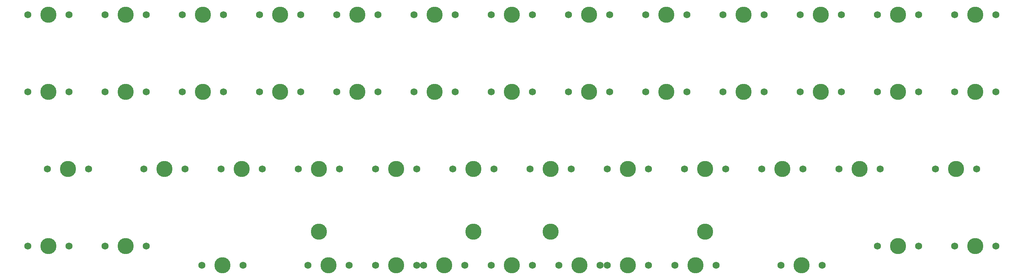
<source format=gbr>
%TF.GenerationSoftware,KiCad,Pcbnew,8.0.3*%
%TF.CreationDate,2024-09-04T21:23:11+02:00*%
%TF.ProjectId,ferntypes,6665726e-7479-4706-9573-2e6b69636164,rev?*%
%TF.SameCoordinates,Original*%
%TF.FileFunction,Soldermask,Top*%
%TF.FilePolarity,Negative*%
%FSLAX46Y46*%
G04 Gerber Fmt 4.6, Leading zero omitted, Abs format (unit mm)*
G04 Created by KiCad (PCBNEW 8.0.3) date 2024-09-04 21:23:11*
%MOMM*%
%LPD*%
G01*
G04 APERTURE LIST*
%ADD10C,1.750000*%
%ADD11C,3.987800*%
G04 APERTURE END LIST*
D10*
%TO.C,MX29*%
X75882500Y-79375000D03*
D11*
X80962500Y-79375000D03*
D10*
X86042500Y-79375000D03*
%TD*%
%TO.C,MX8*%
X161607500Y-41275000D03*
D11*
X166687500Y-41275000D03*
D10*
X171767500Y-41275000D03*
%TD*%
%TO.C,MX41*%
X237807500Y-98425000D03*
D11*
X242887500Y-98425000D03*
D10*
X247967500Y-98425000D03*
%TD*%
%TO.C,MX36*%
X209232500Y-79375000D03*
D11*
X214312500Y-79375000D03*
D10*
X219392500Y-79375000D03*
%TD*%
%TO.C,MX7*%
X142557500Y-41275000D03*
D11*
X147637500Y-41275000D03*
D10*
X152717500Y-41275000D03*
%TD*%
%TO.C,MX27*%
X33020000Y-79375000D03*
D11*
X38100000Y-79375000D03*
D10*
X43180000Y-79375000D03*
%TD*%
%TO.C,MX18*%
X104457500Y-60325000D03*
D11*
X109537500Y-60325000D03*
D10*
X114617500Y-60325000D03*
%TD*%
%TO.C,MX9*%
X180657500Y-41275000D03*
D11*
X185737500Y-41275000D03*
D10*
X190817500Y-41275000D03*
%TD*%
%TO.C,MX25*%
X237807500Y-60325000D03*
D11*
X242887500Y-60325000D03*
D10*
X247967500Y-60325000D03*
%TD*%
%TO.C,MX33*%
X152082500Y-79375000D03*
D11*
X157162500Y-79375000D03*
D10*
X162242500Y-79375000D03*
%TD*%
%TO.C,MX2*%
X47307500Y-41275000D03*
D11*
X52387500Y-41275000D03*
D10*
X57467500Y-41275000D03*
%TD*%
%TO.C,MX16*%
X66357500Y-60325000D03*
D11*
X71437500Y-60325000D03*
D10*
X76517500Y-60325000D03*
%TD*%
D11*
%TO.C,S1*%
X138112500Y-94932500D03*
X100012500Y-94932500D03*
%TD*%
D10*
%TO.C,MX30*%
X94932500Y-79375000D03*
D11*
X100012500Y-79375000D03*
D10*
X105092500Y-79375000D03*
%TD*%
%TO.C,MX39*%
X28257500Y-98425000D03*
D11*
X33337500Y-98425000D03*
D10*
X38417500Y-98425000D03*
%TD*%
%TO.C,MX37*%
X228282500Y-79375000D03*
D11*
X233362500Y-79375000D03*
D10*
X238442500Y-79375000D03*
%TD*%
%TO.C,MX19*%
X123507500Y-60325000D03*
D11*
X128587500Y-60325000D03*
D10*
X133667500Y-60325000D03*
%TD*%
%TO.C,MX11*%
X218757500Y-41275000D03*
D11*
X223837500Y-41275000D03*
D10*
X228917500Y-41275000D03*
%TD*%
%TO.C,MX24*%
X218757500Y-60325000D03*
D11*
X223837500Y-60325000D03*
D10*
X228917500Y-60325000D03*
%TD*%
%TO.C,MX22*%
X180657500Y-60325000D03*
D11*
X185737500Y-60325000D03*
D10*
X190817500Y-60325000D03*
%TD*%
%TO.C,MX42*%
X256857500Y-98425000D03*
D11*
X261937500Y-98425000D03*
D10*
X267017500Y-98425000D03*
%TD*%
%TO.C,MX38*%
X252095000Y-79375000D03*
D11*
X257175000Y-79375000D03*
D10*
X262255000Y-79375000D03*
%TD*%
%TO.C,MX17*%
X85407500Y-60325000D03*
D11*
X90487500Y-60325000D03*
D10*
X95567500Y-60325000D03*
%TD*%
%TO.C,MX10*%
X199707500Y-41275000D03*
D11*
X204787500Y-41275000D03*
D10*
X209867500Y-41275000D03*
%TD*%
%TO.C,MX40*%
X47307500Y-98425000D03*
D11*
X52387500Y-98425000D03*
D10*
X57467500Y-98425000D03*
%TD*%
%TO.C,MX12*%
X237807500Y-41275000D03*
D11*
X242887500Y-41275000D03*
D10*
X247967500Y-41275000D03*
%TD*%
%TO.C,MX44*%
X97313750Y-103187500D03*
D11*
X102393750Y-103187500D03*
D10*
X107473750Y-103187500D03*
%TD*%
%TO.C,MX35*%
X190182500Y-79375000D03*
D11*
X195262500Y-79375000D03*
D10*
X200342500Y-79375000D03*
%TD*%
%TO.C,MX5*%
X104457500Y-41275000D03*
D11*
X109537500Y-41275000D03*
D10*
X114617500Y-41275000D03*
%TD*%
%TO.C,MX32*%
X133032500Y-79375000D03*
D11*
X138112500Y-79375000D03*
D10*
X143192500Y-79375000D03*
%TD*%
%TO.C,MX46*%
X159226250Y-103187500D03*
D11*
X164306250Y-103187500D03*
D10*
X169386250Y-103187500D03*
%TD*%
D11*
%TO.C,S2*%
X195262500Y-94932500D03*
X157162500Y-94932500D03*
%TD*%
D10*
%TO.C,MX26*%
X256857500Y-60325000D03*
D11*
X261937500Y-60325000D03*
D10*
X267017500Y-60325000D03*
%TD*%
%TO.C,MX23*%
X199707500Y-60325000D03*
D11*
X204787500Y-60325000D03*
D10*
X209867500Y-60325000D03*
%TD*%
%TO.C,MX50*%
X142557500Y-103187500D03*
D11*
X147637500Y-103187500D03*
D10*
X152717500Y-103187500D03*
%TD*%
%TO.C,MX45*%
X125888750Y-103187500D03*
D11*
X130968750Y-103187500D03*
D10*
X136048750Y-103187500D03*
%TD*%
%TO.C,MX31*%
X113982500Y-79375000D03*
D11*
X119062500Y-79375000D03*
D10*
X124142500Y-79375000D03*
%TD*%
%TO.C,MX4*%
X85407500Y-41275000D03*
D11*
X90487500Y-41275000D03*
D10*
X95567500Y-41275000D03*
%TD*%
%TO.C,MX28*%
X56832500Y-79375000D03*
D11*
X61912500Y-79375000D03*
D10*
X66992500Y-79375000D03*
%TD*%
%TO.C,MX49*%
X113982500Y-103187500D03*
D11*
X119062500Y-103187500D03*
D10*
X124142500Y-103187500D03*
%TD*%
%TO.C,MX43*%
X71120000Y-103187500D03*
D11*
X76200000Y-103187500D03*
D10*
X81280000Y-103187500D03*
%TD*%
%TO.C,MX3*%
X66357500Y-41275000D03*
D11*
X71437500Y-41275000D03*
D10*
X76517500Y-41275000D03*
%TD*%
%TO.C,MX15*%
X47307500Y-60325000D03*
D11*
X52387500Y-60325000D03*
D10*
X57467500Y-60325000D03*
%TD*%
%TO.C,MX34*%
X171132500Y-79375000D03*
D11*
X176212500Y-79375000D03*
D10*
X181292500Y-79375000D03*
%TD*%
%TO.C,MX47*%
X187801250Y-103187500D03*
D11*
X192881250Y-103187500D03*
D10*
X197961250Y-103187500D03*
%TD*%
%TO.C,MX1*%
X28257500Y-41275000D03*
D11*
X33337500Y-41275000D03*
D10*
X38417500Y-41275000D03*
%TD*%
%TO.C,MX13*%
X256857500Y-41275000D03*
D11*
X261937500Y-41275000D03*
D10*
X267017500Y-41275000D03*
%TD*%
%TO.C,MX20*%
X142557500Y-60325000D03*
D11*
X147637500Y-60325000D03*
D10*
X152717500Y-60325000D03*
%TD*%
%TO.C,MX14*%
X28257500Y-60325000D03*
D11*
X33337500Y-60325000D03*
D10*
X38417500Y-60325000D03*
%TD*%
%TO.C,MX6*%
X123507500Y-41275000D03*
D11*
X128587500Y-41275000D03*
D10*
X133667500Y-41275000D03*
%TD*%
%TO.C,MX51*%
X171132500Y-103187500D03*
D11*
X176212500Y-103187500D03*
D10*
X181292500Y-103187500D03*
%TD*%
%TO.C,MX48*%
X213995000Y-103187500D03*
D11*
X219075000Y-103187500D03*
D10*
X224155000Y-103187500D03*
%TD*%
%TO.C,MX21*%
X161607500Y-60325000D03*
D11*
X166687500Y-60325000D03*
D10*
X171767500Y-60325000D03*
%TD*%
M02*

</source>
